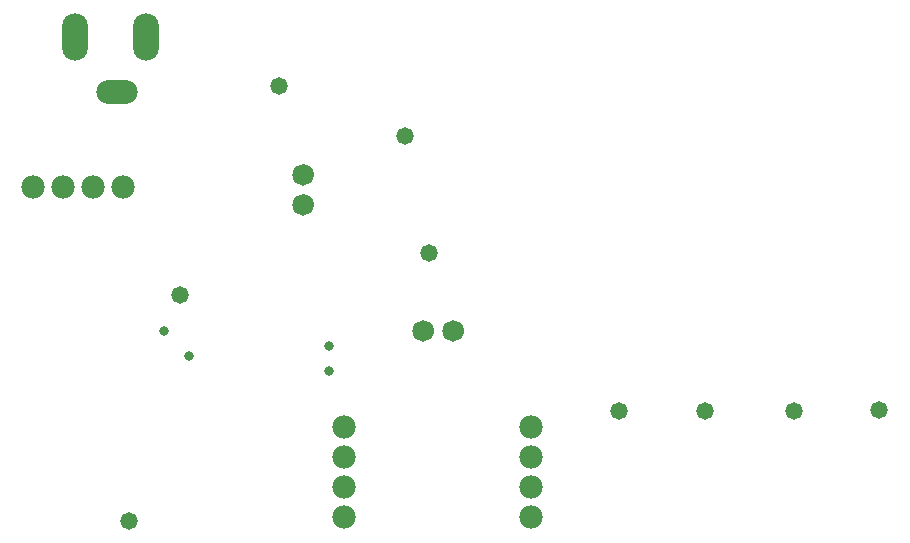
<source format=gbs>
G04*
G04 #@! TF.GenerationSoftware,Altium Limited,Altium Designer,21.6.4 (81)*
G04*
G04 Layer_Color=16711935*
%FSLAX25Y25*%
%MOIN*%
G70*
G04*
G04 #@! TF.SameCoordinates,4A56815A-3FA2-45B3-BCD2-B1825AC70E21*
G04*
G04*
G04 #@! TF.FilePolarity,Negative*
G04*
G01*
G75*
%ADD24C,0.00000*%
%ADD27C,0.07178*%
%ADD28O,0.13792X0.07887*%
%ADD29O,0.08674X0.15761*%
%ADD30C,0.07800*%
%ADD31C,0.05800*%
%ADD32C,0.03300*%
D24*
X165390Y73000D02*
G03*
X165390Y73000I-3390J0D01*
G01*
X155390D02*
G03*
X155390Y73000I-3390J0D01*
G01*
X115390Y125094D02*
G03*
X115390Y125094I-3390J0D01*
G01*
Y115094D02*
G03*
X115390Y115094I-3390J0D01*
G01*
D27*
X162000Y73000D02*
D03*
X152000D02*
D03*
X112000Y125094D02*
D03*
Y115094D02*
D03*
D28*
X49779Y152787D02*
D03*
D29*
X36000Y171095D02*
D03*
X59622D02*
D03*
D30*
X188000Y31095D02*
D03*
Y41094D02*
D03*
Y11095D02*
D03*
Y21094D02*
D03*
X125500Y31000D02*
D03*
Y41000D02*
D03*
Y11000D02*
D03*
Y21000D02*
D03*
X42000Y121095D02*
D03*
X52000D02*
D03*
X22000D02*
D03*
X32000D02*
D03*
D31*
X146000Y138000D02*
D03*
X245900Y46400D02*
D03*
X275400D02*
D03*
X71000Y85000D02*
D03*
X217300Y46400D02*
D03*
X104000Y154500D02*
D03*
X304000Y46500D02*
D03*
X54000Y9500D02*
D03*
X154000Y99000D02*
D03*
D32*
X120500Y59500D02*
D03*
Y68000D02*
D03*
X74000Y64500D02*
D03*
X65500Y73000D02*
D03*
M02*

</source>
